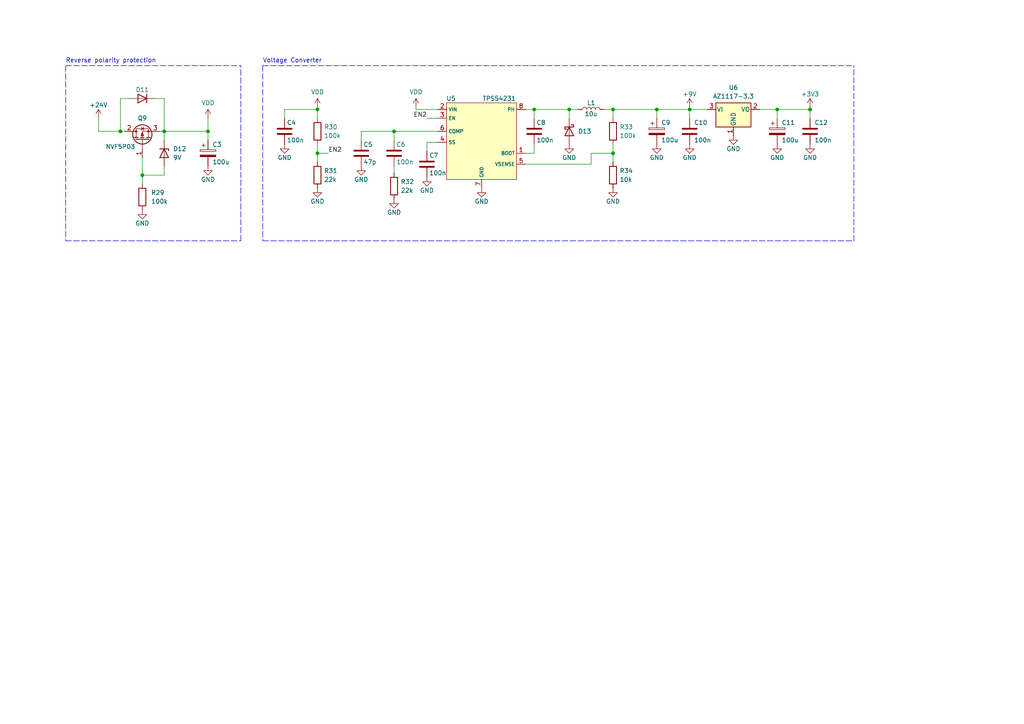
<source format=kicad_sch>
(kicad_sch (version 20211123) (generator eeschema)
  (paper "A4")
  (title_block (title "TermoPLC - Relay Board") (date "2022-08-23") (rev "1") (company "PUT RocketLab") (comment 1 "Kacper Kaczmarek") (comment 2 "Designed by: "))
  (lib_symbols
    (symbol "Device:C" (pin_numbers hide) (pin_names (offset 0.254))
      (property "Reference" "C" (at 0.635 2.54 0))
      (property "Value" "C" (at 0.635 -2.54 0))
      (symbol "C_0_1"
        (polyline (pts (xy -2.032 -0.762) (xy 2.032 -0.762)) (stroke (width 0.508)))
        (polyline (pts (xy -2.032 0.762) (xy 2.032 0.762)) (stroke (width 0.508)))
      )
      (symbol "C_1_1"
        (pin passive line (at 0 3.81 270) (length 2.794) (name "~") (number "1"))
        (pin passive line (at 0 -3.81 90) (length 2.794) (name "~") (number "2"))
      )
    )
    (symbol "Device:C_Polarized" (pin_numbers hide) (pin_names (offset 0.254))
      (property "Reference" "C" (at 0.635 2.54 0))
      (property "Value" "C_Polarized" (at 0.635 -2.54 0))
      (symbol "C_Polarized_0_1"
        (rectangle (start -2.286 0.508) (end 2.286 1.016))
        (polyline (pts (xy -1.778 2.286) (xy -0.762 2.286)))
        (polyline (pts (xy -1.27 2.794) (xy -1.27 1.778)))
        (rectangle (start 2.286 -0.508) (end -2.286 -1.016) (fill (type outline)))
      )
      (symbol "C_Polarized_1_1"
        (pin passive line (at 0 3.81 270) (length 2.794) (name "~") (number "1"))
        (pin passive line (at 0 -3.81 90) (length 2.794) (name "~") (number "2"))
      )
    )
    (symbol "Device:D" (pin_numbers hide) (pin_names (offset 1.016) hide)
      (property "Reference" "D" (at 0 2.54 0))
      (property "Value" "D" (at 0 -2.54 0))
      (symbol "D_0_1"
        (polyline (pts (xy -1.27 1.27) (xy -1.27 -1.27)) (stroke (width 0.254)))
        (polyline (pts (xy 1.27 0) (xy -1.27 0)))
        (polyline (pts (xy 1.27 1.27) (xy 1.27 -1.27) (xy -1.27 0) (xy 1.27 1.27)) (stroke (width 0.254)))
      )
      (symbol "D_1_1"
        (pin passive line (at -3.81 0 0) (length 2.54) (name "K") (number "1"))
        (pin passive line (at 3.81 0 180) (length 2.54) (name "A") (number "2"))
      )
    )
    (symbol "Device:D_Schottky" (pin_numbers hide) (pin_names (offset 1.016) hide)
      (property "Reference" "D" (at 0 2.54 0))
      (property "Value" "D_Schottky" (at 0 -2.54 0))
      (symbol "D_Schottky_0_1"
        (polyline (pts (xy 1.27 0) (xy -1.27 0)))
        (polyline (pts (xy 1.27 1.27) (xy 1.27 -1.27) (xy -1.27 0) (xy 1.27 1.27)) (stroke (width 0.254)))
        (polyline (pts (xy -1.905 0.635) (xy -1.905 1.27) (xy -1.27 1.27) (xy -1.27 -1.27) (xy -0.635 -1.27) (xy -0.635 -0.635)) (stroke (width 0.254)))
      )
      (symbol "D_Schottky_1_1"
        (pin passive line (at -3.81 0 0) (length 2.54) (name "K") (number "1"))
        (pin passive line (at 3.81 0 180) (length 2.54) (name "A") (number "2"))
      )
    )
    (symbol "Device:D_Zener" (pin_numbers hide) (pin_names (offset 1.016) hide)
      (property "Reference" "D" (at 0 2.54 0))
      (property "Value" "D_Zener" (at 0 -2.54 0))
      (symbol "D_Zener_0_1"
        (polyline (pts (xy 1.27 0) (xy -1.27 0)))
        (polyline (pts (xy -1.27 -1.27) (xy -1.27 1.27) (xy -0.762 1.27)) (stroke (width 0.254)))
        (polyline (pts (xy 1.27 -1.27) (xy 1.27 1.27) (xy -1.27 0) (xy 1.27 -1.27)) (stroke (width 0.254)))
      )
      (symbol "D_Zener_1_1"
        (pin passive line (at -3.81 0 0) (length 2.54) (name "K") (number "1"))
        (pin passive line (at 3.81 0 180) (length 2.54) (name "A") (number "2"))
      )
    )
    (symbol "Device:L" (pin_numbers hide) (pin_names (offset 1.016) hide)
      (property "Reference" "L" (at -1.27 0 90))
      (property "Value" "L" (at 1.905 0 90))
      (symbol "L_0_1"
        (arc (start 0 -2.54) (mid 0.635 -1.905) (end 0 -1.27))
        (arc (start 0 -1.27) (mid 0.635 -0.635) (end 0 0))
        (arc (start 0 0) (mid 0.635 0.635) (end 0 1.27))
        (arc (start 0 1.27) (mid 0.635 1.905) (end 0 2.54))
      )
      (symbol "L_1_1"
        (pin passive line (at 0 3.81 270) (length 1.27) (name "1") (number "1"))
        (pin passive line (at 0 -3.81 90) (length 1.27) (name "2") (number "2"))
      )
    )
    (symbol "Device:Q_PMOS_GDS" (pin_names (offset 0) hide)
      (property "Reference" "Q" (at 5.08 1.27 0))
      (property "Value" "Q_PMOS_GDS" (at 5.08 -1.27 0))
      (symbol "Q_PMOS_GDS_0_1"
        (polyline (pts (xy 0.254 0) (xy -2.54 0)))
        (polyline (pts (xy 0.254 1.905) (xy 0.254 -1.905)) (stroke (width 0.254)))
        (polyline (pts (xy 0.762 -1.27) (xy 0.762 -2.286)) (stroke (width 0.254)))
        (polyline (pts (xy 0.762 0.508) (xy 0.762 -0.508)) (stroke (width 0.254)))
        (polyline (pts (xy 0.762 2.286) (xy 0.762 1.27)) (stroke (width 0.254)))
        (polyline (pts (xy 2.54 2.54) (xy 2.54 1.778)))
        (polyline (pts (xy 2.54 -2.54) (xy 2.54 0) (xy 0.762 0)))
        (polyline (pts (xy 0.762 1.778) (xy 3.302 1.778) (xy 3.302 -1.778) (xy 0.762 -1.778)))
        (polyline (pts (xy 2.286 0) (xy 1.27 0.381) (xy 1.27 -0.381) (xy 2.286 0)) (fill (type outline)))
        (polyline (pts (xy 2.794 -0.508) (xy 2.921 -0.381) (xy 3.683 -0.381) (xy 3.81 -0.254)))
        (polyline (pts (xy 3.302 -0.381) (xy 2.921 0.254) (xy 3.683 0.254) (xy 3.302 -0.381)))
        (circle (center 1.651 0) (radius 2.794) (stroke (width 0.254)))
        (circle (center 2.54 -1.778) (radius 0.254) (fill (type outline)))
        (circle (center 2.54 1.778) (radius 0.254) (fill (type outline)))
      )
      (symbol "Q_PMOS_GDS_1_1"
        (pin input line (at -5.08 0 0) (length 2.54) (name "G") (number "1"))
        (pin passive line (at 2.54 5.08 270) (length 2.54) (name "D") (number "2"))
        (pin passive line (at 2.54 -5.08 90) (length 2.54) (name "S") (number "3"))
      )
    )
    (symbol "Device:R" (pin_numbers hide) (pin_names (offset 0))
      (property "Reference" "R" (at 2.032 0 90))
      (property "Value" "R" (at 0 0 90))
      (symbol "R_0_1"
        (rectangle (start -1.016 -2.54) (end 1.016 2.54) (stroke (width 0.254)))
      )
      (symbol "R_1_1"
        (pin passive line (at 0 3.81 270) (length 1.27) (name "~") (number "1"))
        (pin passive line (at 0 -3.81 90) (length 1.27) (name "~") (number "2"))
      )
    )
    (symbol "PUTRocketLab_IC:TPS54231"
      (property "Reference" "U" (at -8.89 10.795 0))
      (property "Value" "TPS54231" (at 4.445 10.795 0))
      (symbol "TPS54231_0_1"
        (rectangle (start -10.16 8.255) (end 10.16 -13.97) (fill (type background)))
      )
      (symbol "TPS54231_1_1"
        (pin output line (at 12.7 -6.35 180) (length 2.54) (name "BOOT") (number "1"))
        (pin input line (at -12.7 6.35 0) (length 2.54) (name "VIN") (number "2"))
        (pin input line (at -12.7 3.81 0) (length 2.54) (name "EN") (number "3"))
        (pin input line (at -12.7 -3.175 0) (length 2.54) (name "SS") (number "4"))
        (pin input line (at 12.7 -9.525 180) (length 2.54) (name "VSENSE") (number "5"))
        (pin input line (at -12.7 0 0) (length 2.54) (name "COMP") (number "6"))
        (pin input line (at 0 -16.51 90) (length 2.54) (name "GND") (number "7"))
        (pin output line (at 12.7 6.35 180) (length 2.54) (name "PH") (number "8"))
      )
    )
    (symbol "Regulator_Linear:AZ1117-3.3" (pin_names (offset 0.254))
      (property "Reference" "U" (at -3.81 3.175 0))
      (property "Value" "AZ1117-3.3" (at 0 3.175 0))
      (symbol "AZ1117-3.3_0_1"
        (rectangle (start -5.08 1.905) (end 5.08 -5.08) (stroke (width 0.254)) (fill (type background)))
      )
      (symbol "AZ1117-3.3_1_1"
        (pin power_in line (at 0 -7.62 90) (length 2.54) (name "GND") (number "1"))
        (pin power_out line (at 7.62 0 180) (length 2.54) (name "VO") (number "2"))
        (pin power_in line (at -7.62 0 0) (length 2.54) (name "VI") (number "3"))
      )
    )
    (symbol "power:+24V" (power) (pin_names (offset 0))
      (property "Value" "+24V" (at 0 3.556 0))
      (symbol "+24V_0_1"
        (polyline (pts (xy -0.762 1.27) (xy 0 2.54)))
        (polyline (pts (xy 0 0) (xy 0 2.54)))
        (polyline (pts (xy 0 2.54) (xy 0.762 1.27)))
      )
      (symbol "+24V_1_1"
        (pin power_in line (at 0 0 90) (length 0) hide (name "+24V") (number "1"))
      )
    )
    (symbol "power:+3V3" (power) (pin_names (offset 0))
      (property "Value" "+3V3" (at 0 3.556 0))
      (symbol "+3V3_0_1"
        (polyline (pts (xy -0.762 1.27) (xy 0 2.54)))
        (polyline (pts (xy 0 0) (xy 0 2.54)))
        (polyline (pts (xy 0 2.54) (xy 0.762 1.27)))
      )
      (symbol "+3V3_1_1"
        (pin power_in line (at 0 0 90) (length 0) hide (name "+3V3") (number "1"))
      )
    )
    (symbol "power:+9V" (power) (pin_names (offset 0))
      (property "Value" "+9V" (at 0 3.556 0))
      (symbol "+9V_0_1"
        (polyline (pts (xy -0.762 1.27) (xy 0 2.54)))
        (polyline (pts (xy 0 0) (xy 0 2.54)))
        (polyline (pts (xy 0 2.54) (xy 0.762 1.27)))
      )
      (symbol "+9V_1_1"
        (pin power_in line (at 0 0 90) (length 0) hide (name "+9V") (number "1"))
      )
    )
    (symbol "power:GND" (power) (pin_names (offset 0))
      (property "Value" "GND" (at 0 -3.81 0))
      (symbol "GND_0_1"
        (polyline (pts (xy 0 0) (xy 0 -1.27) (xy 1.27 -1.27) (xy 0 -2.54) (xy -1.27 -1.27) (xy 0 -1.27)))
      )
      (symbol "GND_1_1"
        (pin power_in line (at 0 0 270) (length 0) hide (name "GND") (number "1"))
      )
    )
    (symbol "power:VDD" (power) (pin_names (offset 0))
      (property "Value" "VDD" (at 0 3.81 0))
      (symbol "VDD_0_1"
        (polyline (pts (xy -0.762 1.27) (xy 0 2.54)))
        (polyline (pts (xy 0 0) (xy 0 2.54)))
        (polyline (pts (xy 0 2.54) (xy 0.762 1.27)))
      )
      (symbol "VDD_1_1"
        (pin power_in line (at 0 0 90) (length 0) hide (name "VDD") (number "1"))
      )
    )
  )
  (junction (at 41.275 50.8))
  (junction (at 177.8 44.45))
  (junction (at 200.025 31.75))
  (junction (at 165.1 31.75))
  (junction (at 92.075 31.75))
  (junction (at 177.8 31.75))
  (junction (at 34.925 38.1))
  (junction (at 225.425 31.75))
  (junction (at 47.625 38.1))
  (junction (at 114.3 38.1))
  (junction (at 234.95 31.75))
  (junction (at 92.075 44.45))
  (junction (at 154.94 31.75))
  (junction (at 190.5 31.75))
  (junction (at 60.325 38.1))
  (wire (pts (xy 190.5 31.75) (xy 190.5 34.29)))
  (wire (pts (xy 225.425 31.75) (xy 234.95 31.75)))
  (wire (pts (xy 45.085 28.575) (xy 47.625 28.575)))
  (wire (pts (xy 47.625 28.575) (xy 47.625 38.1)))
  (polyline (pts (xy 76.2 69.85) (xy 247.65 69.85)))
  (wire (pts (xy 34.925 38.1) (xy 36.195 38.1)))
  (wire (pts (xy 154.94 44.45) (xy 154.94 41.91)))
  (wire (pts (xy 114.3 48.26) (xy 114.3 50.165)))
  (wire (pts (xy 92.075 31.75) (xy 92.075 34.29)))
  (wire (pts (xy 177.8 41.91) (xy 177.8 44.45)))
  (wire (pts (xy 165.1 34.29) (xy 165.1 31.75)))
  (wire (pts (xy 171.45 44.45) (xy 177.8 44.45)))
  (polyline (pts (xy 19.05 19.05) (xy 69.85 19.05)))
  (wire (pts (xy 200.025 31.115) (xy 200.025 31.75)))
  (wire (pts (xy 154.94 31.75) (xy 152.4 31.75)))
  (wire (pts (xy 46.355 38.1) (xy 47.625 38.1)))
  (wire (pts (xy 171.45 47.625) (xy 171.45 44.45)))
  (wire (pts (xy 28.575 34.29) (xy 28.575 38.1)))
  (wire (pts (xy 152.4 47.625) (xy 171.45 47.625)))
  (wire (pts (xy 200.025 31.75) (xy 200.025 34.29)))
  (polyline (pts (xy 19.05 69.85) (xy 69.85 69.85)))
  (wire (pts (xy 114.3 38.1) (xy 114.3 40.64)))
  (wire (pts (xy 47.625 38.1) (xy 60.325 38.1)))
  (wire (pts (xy 177.8 34.29) (xy 177.8 31.75)))
  (wire (pts (xy 120.65 31.115) (xy 120.65 31.75)))
  (wire (pts (xy 154.94 31.75) (xy 165.1 31.75)))
  (wire (pts (xy 225.425 31.75) (xy 225.425 34.29)))
  (wire (pts (xy 28.575 38.1) (xy 34.925 38.1)))
  (wire (pts (xy 92.075 44.45) (xy 95.25 44.45)))
  (polyline (pts (xy 76.2 19.05) (xy 76.2 69.85)))
  (wire (pts (xy 82.55 31.75) (xy 92.075 31.75)))
  (wire (pts (xy 200.025 31.75) (xy 205.105 31.75)))
  (wire (pts (xy 104.775 38.1) (xy 104.775 40.64)))
  (polyline (pts (xy 76.2 19.05) (xy 247.65 19.05)))
  (polyline (pts (xy 247.65 69.85) (xy 247.65 19.05)))
  (wire (pts (xy 82.55 34.29) (xy 82.55 31.75)))
  (wire (pts (xy 92.075 31.75) (xy 92.075 31.115)))
  (wire (pts (xy 220.345 31.75) (xy 225.425 31.75)))
  (wire (pts (xy 60.325 34.29) (xy 60.325 38.1)))
  (wire (pts (xy 47.625 50.8) (xy 41.275 50.8)))
  (wire (pts (xy 177.8 31.75) (xy 190.5 31.75)))
  (wire (pts (xy 123.825 41.275) (xy 127 41.275)))
  (wire (pts (xy 37.465 28.575) (xy 34.925 28.575)))
  (wire (pts (xy 47.625 48.26) (xy 47.625 50.8)))
  (wire (pts (xy 123.825 34.29) (xy 127 34.29)))
  (wire (pts (xy 154.94 34.29) (xy 154.94 31.75)))
  (wire (pts (xy 177.8 31.75) (xy 175.26 31.75)))
  (polyline (pts (xy 19.05 19.05) (xy 19.05 69.85)))
  (wire (pts (xy 234.95 31.115) (xy 234.95 31.75)))
  (wire (pts (xy 152.4 44.45) (xy 154.94 44.45)))
  (wire (pts (xy 60.325 38.1) (xy 60.325 40.64)))
  (wire (pts (xy 47.625 38.1) (xy 47.625 40.64)))
  (wire (pts (xy 177.8 44.45) (xy 177.8 46.99)))
  (wire (pts (xy 165.1 31.75) (xy 167.64 31.75)))
  (polyline (pts (xy 69.85 69.85) (xy 69.85 19.05)))
  (wire (pts (xy 41.275 50.8) (xy 41.275 53.34)))
  (wire (pts (xy 34.925 28.575) (xy 34.925 38.1)))
  (wire (pts (xy 114.3 38.1) (xy 104.775 38.1)))
  (wire (pts (xy 92.075 44.45) (xy 92.075 46.99)))
  (wire (pts (xy 127 38.1) (xy 114.3 38.1)))
  (wire (pts (xy 234.95 31.75) (xy 234.95 34.29)))
  (wire (pts (xy 41.275 45.72) (xy 41.275 50.8)))
  (wire (pts (xy 123.825 43.815) (xy 123.825 41.275)))
  (wire (pts (xy 190.5 31.75) (xy 200.025 31.75)))
  (wire (pts (xy 120.65 31.75) (xy 127 31.75)))
  (wire (pts (xy 92.075 41.91) (xy 92.075 44.45)))
  (text "Reverse polarity protection" (at 19.05 18.415 0) (effects (font (size 1.27 1.27)) (justify left bottom)))
  (text "Voltage Converter" (at 76.2 18.415 0) (effects (font (size 1.27 1.27)) (justify left bottom)))
  (label "EN2" (at 95.25 44.45 0))
  (label "EN2" (at 123.825 34.29 180))
  (symbol (lib_id "Device:R") (at 41.275 57.15 0) (unit 1)
    (property "Reference" "R29" (at 43.815 55.8799 0) (effects (justify left)))
    (property "Value" "100k" (at 43.815 58.4199 0) (effects (justify left)))
    (property "Footprint" "Resistor_SMD:R_0603_1608Metric_Pad0.98x0.95mm_HandSolder" (effects hide))
  )
  (symbol (lib_id "power:VDD") (at 120.65 31.115 0) (unit 1)
    (property "Reference" "#PWR070" (effects hide))
    (property "Value" "VDD" (at 120.65 26.67 0))
  )
  (symbol (lib_id "power:GND") (at 200.025 41.91 0) (unit 1)
    (property "Reference" "#PWR077" (effects hide))
    (property "Value" "GND" (at 200.025 45.72 0))
  )
  (symbol (lib_id "power:GND") (at 104.775 48.26 0) (unit 1)
    (property "Reference" "#PWR068" (effects hide))
    (property "Value" "GND" (at 104.775 52.07 0))
  )
  (symbol (lib_id "power:GND") (at 234.95 41.91 0) (unit 1)
    (property "Reference" "#PWR081" (effects hide))
    (property "Value" "GND" (at 234.95 45.72 0))
  )
  (symbol (lib_id "power:GND") (at 225.425 41.91 0) (unit 1)
    (property "Reference" "#PWR079" (effects hide))
    (property "Value" "GND" (at 225.425 45.72 0))
  )
  (symbol (lib_id "power:VDD") (at 60.325 34.29 0) (unit 1)
    (property "Reference" "#PWR063" (effects hide))
    (property "Value" "VDD" (at 60.325 29.845 0))
  )
  (symbol (lib_id "power:+24V") (at 28.575 34.29 0) (unit 1)
    (property "Reference" "#PWR061" (effects hide))
    (property "Value" "+24V" (at 28.575 30.48 0))
  )
  (symbol (lib_id "power:GND") (at 212.725 39.37 0) (unit 1)
    (property "Reference" "#PWR078" (effects hide))
    (property "Value" "GND" (at 212.725 43.18 0))
  )
  (symbol (lib_id "power:+9V") (at 200.025 31.115 0) (unit 1)
    (property "Reference" "#PWR076" (effects hide))
    (property "Value" "+9V" (at 200.025 27.305 0))
  )
  (symbol (lib_id "Device:R") (at 177.8 38.1 0) (unit 1)
    (property "Reference" "R33" (at 179.705 36.8299 0) (effects (justify left)))
    (property "Value" "100k" (at 179.705 39.3699 0) (effects (justify left)))
    (property "Footprint" "Resistor_SMD:R_0603_1608Metric_Pad0.98x0.95mm_HandSolder" (effects hide))
  )
  (symbol (lib_id "power:GND") (at 60.325 48.26 0) (unit 1)
    (property "Reference" "#PWR064" (effects hide))
    (property "Value" "GND" (at 60.325 52.07 0))
  )
  (symbol (lib_id "Device:Q_PMOS_GDS") (at 41.275 40.64 90) (unit 1)
    (property "Reference" "Q9" (at 41.275 34.29 90))
    (property "Value" "NVF5P03" (at 34.925 42.545 90))
    (property "Footprint" "Package_TO_SOT_SMD:SOT-223-3_TabPin2" (effects hide))
  )
  (symbol (lib_id "Device:D") (at 41.275 28.575 180) (unit 1)
    (property "Reference" "D11" (at 41.275 26.035 0))
    (property "Value" "D" (effects hide))
    (property "Footprint" "Diode_SMD:D_MiniMELF" (effects hide))
  )
  (symbol (lib_id "Device:C") (at 200.025 38.1 0) (unit 1)
    (property "Reference" "C10" (at 201.295 35.56 0) (effects (justify left)))
    (property "Value" "100n" (at 201.295 40.64 0) (effects (justify left)))
    (property "Footprint" "Capacitor_SMD:C_0603_1608Metric_Pad1.08x0.95mm_HandSolder" (effects hide))
  )
  (symbol (lib_id "power:GND") (at 165.1 41.91 0) (unit 1)
    (property "Reference" "#PWR073" (effects hide))
    (property "Value" "GND" (at 165.1 45.72 0))
  )
  (symbol (lib_id "Device:R") (at 92.075 38.1 0) (unit 1)
    (property "Reference" "R30" (at 93.98 36.8299 0) (effects (justify left)))
    (property "Value" "100k" (at 93.98 39.3699 0) (effects (justify left)))
    (property "Footprint" "Resistor_SMD:R_0603_1608Metric_Pad0.98x0.95mm_HandSolder" (effects hide))
  )
  (symbol (lib_id "Device:C_Polarized") (at 60.325 44.45 0) (unit 1)
    (property "Reference" "C3" (at 61.595 41.91 0) (effects (justify left)))
    (property "Value" "100u" (at 61.595 46.99 0) (effects (justify left)))
    (property "Footprint" "Capacitor_THT:CP_Radial_D6.3mm_P2.50mm" (effects hide))
  )
  (symbol (lib_id "power:+3V3") (at 234.95 31.115 0) (unit 1)
    (property "Reference" "#PWR080" (effects hide))
    (property "Value" "+3V3" (at 234.95 27.305 0))
  )
  (symbol (lib_id "Device:C") (at 154.94 38.1 0) (unit 1)
    (property "Reference" "C8" (at 155.575 35.56 0) (effects (justify left)))
    (property "Value" "100n" (at 155.575 40.64 0) (effects (justify left)))
    (property "Footprint" "Capacitor_SMD:C_0603_1608Metric_Pad1.08x0.95mm_HandSolder" (effects hide))
  )
  (symbol (lib_id "Device:C") (at 82.55 38.1 0) (unit 1)
    (property "Reference" "C4" (at 83.185 35.56 0) (effects (justify left)))
    (property "Value" "100n" (at 83.185 40.64 0) (effects (justify left)))
    (property "Footprint" "Capacitor_SMD:C_0603_1608Metric_Pad1.08x0.95mm_HandSolder" (effects hide))
  )
  (symbol (lib_id "Device:D_Zener") (at 47.625 44.45 270) (unit 1)
    (property "Reference" "D12" (at 50.165 43.1799 90) (effects (justify left)))
    (property "Value" "9V" (at 50.165 45.7199 90) (effects (justify left)))
    (property "Footprint" "Diode_SMD:D_SOD-123" (effects hide))
  )
  (symbol (lib_id "power:GND") (at 41.275 60.96 0) (unit 1)
    (property "Reference" "#PWR062" (effects hide))
    (property "Value" "GND" (at 41.275 64.77 0))
  )
  (symbol (lib_id "Device:C") (at 123.825 47.625 0) (unit 1)
    (property "Reference" "C7" (at 124.46 45.085 0) (effects (justify left)))
    (property "Value" "100n" (at 124.46 50.165 0) (effects (justify left)))
    (property "Footprint" "Capacitor_SMD:C_0603_1608Metric_Pad1.08x0.95mm_HandSolder" (effects hide))
  )
  (symbol (lib_id "power:GND") (at 139.7 54.61 0) (unit 1)
    (property "Reference" "#PWR072" (effects hide))
    (property "Value" "GND" (at 139.7 58.42 0))
  )
  (symbol (lib_id "Device:D_Schottky") (at 165.1 38.1 270) (unit 1)
    (property "Reference" "D13" (at 167.64 38.1 90) (effects (justify left)))
    (property "Value" "D_Schottky" (effects hide))
    (property "Footprint" "Diode_SMD:D_SMA" (effects hide))
  )
  (symbol (lib_id "Device:C_Polarized") (at 190.5 38.1 0) (unit 1)
    (property "Reference" "C9" (at 191.77 35.56 0) (effects (justify left)))
    (property "Value" "100u" (at 191.77 40.64 0) (effects (justify left)))
    (property "Footprint" "Capacitor_THT:CP_Radial_D6.3mm_P2.50mm" (effects hide))
  )
  (symbol (lib_id "Device:R") (at 92.075 50.8 0) (unit 1)
    (property "Reference" "R31" (at 93.98 49.5299 0) (effects (justify left)))
    (property "Value" "22k" (at 93.98 52.0699 0) (effects (justify left)))
    (property "Footprint" "Resistor_SMD:R_0603_1608Metric_Pad0.98x0.95mm_HandSolder" (effects hide))
  )
  (symbol (lib_id "Device:C") (at 104.775 44.45 0) (unit 1)
    (property "Reference" "C5" (at 105.41 41.91 0) (effects (justify left)))
    (property "Value" "47p" (at 105.41 46.99 0) (effects (justify left)))
    (property "Footprint" "Capacitor_SMD:C_0603_1608Metric_Pad1.08x0.95mm_HandSolder" (effects hide))
  )
  (symbol (lib_id "power:GND") (at 92.075 54.61 0) (unit 1)
    (property "Reference" "#PWR067" (effects hide))
    (property "Value" "GND" (at 92.075 58.42 0))
  )
  (symbol (lib_id "Device:R") (at 177.8 50.8 0) (unit 1)
    (property "Reference" "R34" (at 179.705 49.5299 0) (effects (justify left)))
    (property "Value" "10k" (at 179.705 52.0699 0) (effects (justify left)))
    (property "Footprint" "Resistor_SMD:R_0603_1608Metric_Pad0.98x0.95mm_HandSolder" (effects hide))
  )
  (symbol (lib_id "Regulator_Linear:AZ1117-3.3") (at 212.725 31.75 0) (unit 1)
    (property "Reference" "U6" (at 212.725 25.4 0))
    (property "Value" "AZ1117-3.3" (at 212.725 27.94 0))
    (property "Footprint" "Package_TO_SOT_SMD:SOT-223-3_TabPin2" (effects hide))
    (property "Datasheet" "https://www.diodes.com/assets/Datasheets/AZ1117.pdf" (effects hide))
  )
  (symbol (lib_id "Device:C") (at 234.95 38.1 0) (unit 1)
    (property "Reference" "C12" (at 236.22 35.56 0) (effects (justify left)))
    (property "Value" "100n" (at 236.22 40.64 0) (effects (justify left)))
    (property "Footprint" "Capacitor_SMD:C_0603_1608Metric_Pad1.08x0.95mm_HandSolder" (effects hide))
  )
  (symbol (lib_id "power:GND") (at 123.825 51.435 0) (unit 1)
    (property "Reference" "#PWR071" (effects hide))
    (property "Value" "GND" (at 123.825 55.245 0))
  )
  (symbol (lib_id "Device:C") (at 114.3 44.45 0) (unit 1)
    (property "Reference" "C6" (at 114.935 41.91 0) (effects (justify left)))
    (property "Value" "100n" (at 114.935 46.99 0) (effects (justify left)))
    (property "Footprint" "Capacitor_SMD:C_0603_1608Metric_Pad1.08x0.95mm_HandSolder" (effects hide))
  )
  (symbol (lib_id "power:VDD") (at 92.075 31.115 0) (unit 1)
    (property "Reference" "#PWR066" (effects hide))
    (property "Value" "VDD" (at 92.075 26.67 0))
  )
  (symbol (lib_id "power:GND") (at 177.8 54.61 0) (unit 1)
    (property "Reference" "#PWR074" (effects hide))
    (property "Value" "GND" (at 177.8 58.42 0))
  )
  (symbol (lib_id "Device:L") (at 171.45 31.75 90) (unit 1)
    (property "Reference" "L1" (at 171.45 29.845 90))
    (property "Value" "10u" (at 171.45 33.02 90))
    (property "Footprint" "Inductor_SMD:L_Bourns_SRN8040TA" (effects hide))
  )
  (symbol (lib_id "power:GND") (at 114.3 57.785 0) (unit 1)
    (property "Reference" "#PWR069" (effects hide))
    (property "Value" "GND" (at 114.3 61.595 0))
  )
  (symbol (lib_id "power:GND") (at 82.55 41.91 0) (unit 1)
    (property "Reference" "#PWR065" (effects hide))
    (property "Value" "GND" (at 82.55 45.72 0))
  )
  (symbol (lib_id "PUTRocketLab_IC:TPS54231") (at 139.7 38.1 0) (unit 1)
    (property "Reference" "U5" (at 130.81 28.575 0))
    (property "Value" "TPS54231" (at 144.78 28.575 0))
    (property "Footprint" "Package_SO:SOIC-8_3.9x4.9mm_P1.27mm" (effects hide))
    (property "Datasheet" "https://www.ti.com/lit/ds/symlink/tps54231.pdf" (effects hide))
  )
  (symbol (lib_id "Device:C_Polarized") (at 225.425 38.1 0) (unit 1)
    (property "Reference" "C11" (at 226.695 35.56 0) (effects (justify left)))
    (property "Value" "100u" (at 226.695 40.64 0) (effects (justify left)))
    (property "Footprint" "Capacitor_THT:CP_Radial_D6.3mm_P2.50mm" (effects hide))
  )
  (symbol (lib_id "Device:R") (at 114.3 53.975 0) (unit 1)
    (property "Reference" "R32" (at 116.205 52.7049 0) (effects (justify left)))
    (property "Value" "22k" (at 116.205 55.2449 0) (effects (justify left)))
    (property "Footprint" "Resistor_SMD:R_0603_1608Metric_Pad0.98x0.95mm_HandSolder" (effects hide))
  )
  (symbol (lib_id "power:GND") (at 190.5 41.91 0) (unit 1)
    (property "Reference" "#PWR075" (effects hide))
    (property "Value" "GND" (at 190.5 45.72 0))
  )
)
</source>
